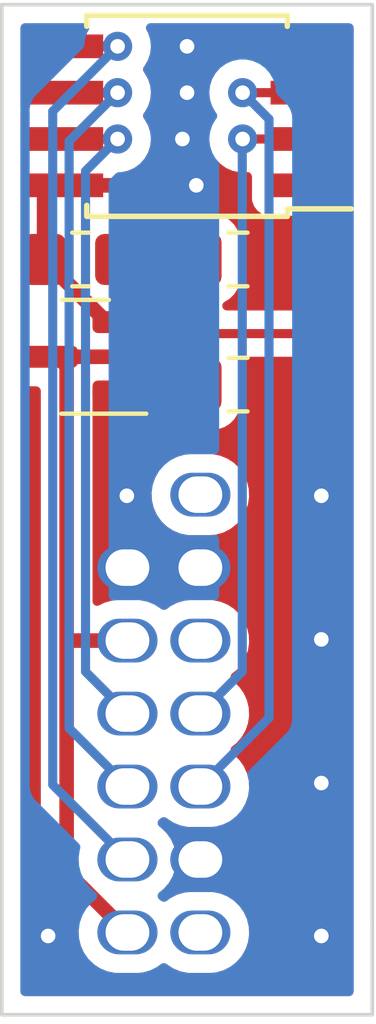
<source format=kicad_pcb>
(kicad_pcb (version 20211014) (generator pcbnew)
  (layers (0 "F.Cu" signal) (31 "B.Cu" signal) (38 "B.Mask" user) (39 "F.Mask" user) (44 "Edge.Cuts" user))
  (net 0 "")
  (net 4 "Net-(J1-Pad5)")
  (net 5 "Net-(J1-Pad6)")
  (net 6 "Net-(J1-Pad7)")
  (net 7 "Net-(J1-Pad8)")
  (net 8 "Net-(J1-Pad4)")
  (net 9 "Net-(R1-Pad2)")
  (net 10 "/Net-(R1-Pad1)")
  (net 11 "/Net-(J1-Pad10)")
  (net 12 "Net-(C1-Pad2)")
  (footprint "Capacitor_SMD:C_0805_2012Metric_Pad1.18x1.45mm_HandSolder" (layer "F.Cu") (at 143.637 65.024)
    (fp_text reference "C1" hide)
    (fp_text value "1uf")
    (fp_line (start -0.261252 0.735) (end 0.261252 0.735) (layer "F.SilkS") (width 0.12))
    (fp_line (start -0.261252 -0.735) (end 0.261252 -0.735) (layer "F.SilkS") (width 0.12))
    (pad "1" smd roundrect (at -1.0375 0) (size 1.175 1.45) (layers "F.Cu" "F.Paste" "F.Mask") (roundrect_rratio 0.2127659574) (net 10 "/Net-(R1-Pad1)"))
    (pad "2" smd roundrect (at 1.0375 0) (size 1.175 1.45) (layers "F.Cu" "F.Paste" "F.Mask") (roundrect_rratio 0.2127659574) (net 12 "Net-(C1-Pad2)"))
  )
  (footprint "Resistor_SMD:R_0805_2012Metric_Pad1.20x1.40mm_HandSolder" (layer "F.Cu") (at 139.319 65.024)
    (fp_text reference "R1" hide)
    (fp_text value "10k")
    (fp_line (start -0.227064 -0.735) (end 0.227064 -0.735) (layer "F.SilkS") (width 0.12))
    (fp_line (start -0.227064 0.735) (end 0.227064 0.735) (layer "F.SilkS") (width 0.12))
    (pad "1" smd roundrect (at -1 0) (size 1.2 1.4) (layers "F.Cu" "F.Paste" "F.Mask") (roundrect_rratio 0.2083333333) (net 10 "/Net-(R1-Pad1)"))
    (pad "2" smd roundrect (at 1 0) (size 1.2 1.4) (layers "F.Cu" "F.Paste" "F.Mask") (roundrect_rratio 0.2083333333) (net 9 "Net-(R1-Pad2)"))
  )
  (footprint "Package_TO_SOT_SMD:SOT-23" (layer "F.Cu") (at 139.446 67.691 180)
    (fp_text reference "U2" hide)
    (fp_text value "AP2127N-3.3" hide)
    (fp_line (start 0 1.56) (end -0.65 1.56) (layer "F.SilkS") (width 0.12))
    (fp_line (start 0 1.56) (end 0.65 1.56) (layer "F.SilkS") (width 0.12))
    (fp_line (start 0 -1.56) (end 0.65 -1.56) (layer "F.SilkS") (width 0.12))
    (fp_line (start 0 -1.56) (end -1.675 -1.56) (layer "F.SilkS") (width 0.12))
    (pad "1" smd roundrect (at -0.9375 -0.95 180) (size 1.475 0.6) (layers "F.Cu" "F.Paste" "F.Mask") (net 12 "Net-(C1-Pad2)"))
    (pad "2" smd roundrect (at -0.9375 0.95 180) (size 1.475 0.6) (layers "F.Cu" "F.Paste" "F.Mask") (net 10 "/Net-(R1-Pad1)"))
    (pad "3" smd roundrect (at 0.9375 0 180) (size 1.475 0.6) (layers "F.Cu" "F.Paste" "F.Mask") (net 11 "/Net-(J1-Pad10)"))
  )
  (footprint "Capacitor_SMD:C_0805_2012Metric_Pad1.18x1.45mm_HandSolder" (layer "F.Cu") (at 143.637 68.453)
    (fp_text reference "C2" hide)
    (fp_text value "1uf" hide)
    (fp_line (start -0.261252 -0.735) (end 0.261252 -0.735) (layer "F.SilkS") (width 0.12))
    (fp_line (start -0.261252 0.735) (end 0.261252 0.735) (layer "F.SilkS") (width 0.12))
    (pad "1" smd roundrect (at -1.0375 0) (size 1.175 1.45) (layers "F.Cu" "F.Paste" "F.Mask") (roundrect_rratio 0.2127659574) (net 11 "/Net-(J1-Pad10)"))
    (pad "2" smd roundrect (at 1.0375 0) (size 1.175 1.45) (layers "F.Cu" "F.Paste" "F.Mask") (roundrect_rratio 0.2127659574) (net 12 "Net-(C1-Pad2)"))
  )
  (footprint "Package_SO:SOIC-8W_5.3x5.3mm_P1.27mm" (layer "F.Cu") (at 142.24 61.087 180)
    (fp_text reference "U1" hide)
    (fp_text value "ATtiny13A-S")
    (fp_line (start -2.75 2.755) (end -2.75 2.455) (layer "F.SilkS") (width 0.15))
    (fp_line (start 2.75 -2.755) (end 2.75 -2.455) (layer "F.SilkS") (width 0.15))
    (fp_line (start 2.75 2.755) (end 2.75 2.455) (layer "F.SilkS") (width 0.15))
    (fp_line (start -2.75 2.755) (end 2.75 2.755) (layer "F.SilkS") (width 0.15))
    (fp_line (start -2.75 -2.755) (end -2.75 -2.55) (layer "F.SilkS") (width 0.15))
    (fp_line (start -2.75 -2.55) (end -4.5 -2.55) (layer "F.SilkS") (width 0.15))
    (fp_line (start -2.75 -2.755) (end 2.75 -2.755) (layer "F.SilkS") (width 0.15))
    (pad "1" smd rect (at -3.39 -1.905 180) (size 2.2 0.65) (layers "F.Cu" "F.Paste" "F.Mask") (net 9 "Net-(R1-Pad2)"))
    (pad "2" smd rect (at -3.39 -0.635 180) (size 2.2 0.65) (layers "F.Cu" "F.Paste" "F.Mask") (net 6 "Net-(J1-Pad7)"))
    (pad "3" smd rect (at -3.39 0.635 180) (size 2.2 0.65) (layers "F.Cu" "F.Paste" "F.Mask") (net 4 "Net-(J1-Pad5)"))
    (pad "4" smd rect (at -3.39 1.905 180) (size 2.2 0.65) (layers "F.Cu" "F.Paste" "F.Mask") (net 12 "Net-(C1-Pad2)"))
    (pad "5" smd rect (at 3.4 1.905 180) (size 2.2 0.65) (layers "F.Cu" "F.Paste" "F.Mask") (net 8 "Net-(J1-Pad4)"))
    (pad "6" smd rect (at 3.4 0.635 180) (size 2.2 0.65) (layers "F.Cu" "F.Paste" "F.Mask") (net 5 "Net-(J1-Pad6)"))
    (pad "7" smd rect (at 3.4 -0.635 180) (size 2.2 0.65) (layers "F.Cu" "F.Paste" "F.Mask") (net 7 "Net-(J1-Pad8)"))
    (pad "8" smd rect (at 3.4 -1.905 180) (size 2.2 0.65) (layers "F.Cu" "F.Paste" "F.Mask") (net 10 "/Net-(R1-Pad1)"))
  )
  (footprint "Connector_Hirose:Hirose_DF11-14DP-2DSA_2x07_P2.00mm_Vertical" (layer "B.Cu") (at 142.605 83.47 90)
    (fp_text reference "J1" hide)
    (fp_text value "to Xbox" hide)
    (pad "1" thru_hole oval (at 0 0 90) (size 1.2 1.65) (drill oval 1 1.2) (layers *.Cu *.Mask))
    (pad "2" thru_hole oval (at 0 -2 90) (size 1.2 1.65) (drill oval 1 1.2) (layers *.Cu *.Mask) (net 11 "/Net-(J1-Pad10)"))
    (pad "3" thru_hole oval (at 2 0 90) (size 1.2 1.65) (drill oval 1 1.2) (layers *.Cu *.Mask) (net 12 "Net-(C1-Pad2)"))
    (pad "4" thru_hole oval (at 2 -2 90) (size 1.2 1.65) (drill oval 1 1.2) (layers *.Cu *.Mask) (net 8 "Net-(J1-Pad4)"))
    (pad "5" thru_hole oval (at 4 0 90) (size 1.2 1.65) (drill oval 1 1.2) (layers *.Cu *.Mask) (net 4 "Net-(J1-Pad5)"))
    (pad "6" thru_hole oval (at 4 -2 90) (size 1.2 1.65) (drill oval 1 1.2) (layers *.Cu *.Mask) (net 5 "Net-(J1-Pad6)"))
    (pad "7" thru_hole oval (at 6 0 90) (size 1.2 1.65) (drill oval 1 1.2) (layers *.Cu *.Mask) (net 6 "Net-(J1-Pad7)"))
    (pad "8" thru_hole oval (at 6 -2 90) (size 1.2 1.65) (drill oval 1 1.2) (layers *.Cu *.Mask) (net 7 "Net-(J1-Pad8)"))
    (pad "9" thru_hole oval (at 8 0 90) (size 1.2 1.65) (drill oval 1 1.2) (layers *.Cu *.Mask))
    (pad "10" thru_hole oval (at 8 -2 90) (size 1.2 1.65) (drill oval 1 1.2) (layers *.Cu *.Mask) (net 11 "/Net-(J1-Pad10)"))
    (pad "11" thru_hole oval (at 10 0 90) (size 1.2 1.65) (drill oval 1 1.2) (layers *.Cu *.Mask) (net 12 "Net-(C1-Pad2)"))
    (pad "12" thru_hole oval (at 10 -2 90) (size 1.2 1.65) (drill oval 1 1.2) (layers *.Cu *.Mask) (net 12 "Net-(C1-Pad2)"))
    (pad "13" thru_hole oval (at 12 0 90) (size 1.2 1.65) (drill oval 1 1.2) (layers *.Cu *.Mask))
  )
  (gr_line (start 147.32 83.185) (end 147.32 85.725) (layer "Edge.Cuts") (width 0.1))
  (gr_line (start 137.16 58.039) (end 137.16 58.42) (layer "Edge.Cuts") (width 0.1))
  (gr_line (start 137.16 85.725) (end 137.16 85.217) (layer "Edge.Cuts") (width 0.1))
  (gr_line (start 137.16 58.42) (end 137.16 85.217) (layer "Edge.Cuts") (width 0.1))
  (gr_line (start 147.32 85.725) (end 137.16 85.725) (layer "Edge.Cuts") (width 0.1))
  (gr_line (start 147.32 58.039) (end 147.32 58.42) (layer "Edge.Cuts") (width 0.1))
  (gr_line (start 147.32 58.039) (end 137.16 58.039) (layer "Edge.Cuts") (width 0.1))
  (gr_line (start 147.32 58.42) (end 147.32 83.185) (layer "Edge.Cuts") (width 0.1))
  (segment (start 145.63 60.452) (end 143.764 60.452) (width 0.25) (layer "F.Cu") (net 4))
  (via (at 143.764 60.452) (size 0.8) (drill 0.4) (layers "F.Cu" "B.Cu") (net 4))
  (segment (start 144.489 61.177) (end 143.764 60.452) (width 0.25) (layer "B.Cu") (net 4))
  (segment (start 144.489 77.586) (end 144.489 61.177) (width 0.25) (layer "B.Cu") (net 4))
  (segment (start 142.605 79.47) (end 144.489 77.586) (width 0.25) (layer "B.Cu") (net 4))
  (segment (start 138.59 60.452) (end 140.335 60.452) (width 0.25) (layer "F.Cu") (net 5))
  (via (at 140.335 60.452) (size 0.8) (drill 0.4) (layers "F.Cu" "B.Cu") (net 5))
  (segment (start 140.605 79.47) (end 139.00596 77.87096) (width 0.25) (layer "B.Cu") (net 5))
  (segment (start 139.00596 77.87096) (end 139.00596 61.78104) (width 0.25) (layer "B.Cu") (net 5))
  (segment (start 139.00596 61.78104) (end 140.335 60.452) (width 0.25) (layer "B.Cu") (net 5))
  (segment (start 145.89 61.722) (end 143.764 61.722) (width 0.25) (layer "F.Cu") (net 6))
  (via (at 143.764 61.722) (size 0.8) (drill 0.4) (layers "F.Cu" "B.Cu") (net 6))
  (segment (start 143.75452 76.32048) (end 143.75452 62.11248) (width 0.25) (layer "B.Cu") (net 6))
  (segment (start 142.605 77.47) (end 143.75452 76.32048) (width 0.25) (layer "B.Cu") (net 6))
  (segment (start 138.59 61.722) (end 140.335 61.722) (width 0.25) (layer "F.Cu") (net 7))
  (via (at 140.335 61.722) (size 0.8) (drill 0.4) (layers "F.Cu" "B.Cu") (net 7))
  (segment (start 140.605 77.47) (end 139.45548 76.32048) (width 0.25) (layer "B.Cu") (net 7))
  (segment (start 139.45548 62.60152) (end 140.335 61.722) (width 0.25) (layer "B.Cu") (net 7))
  (segment (start 139.45548 76.32048) (end 139.45548 62.60152) (width 0.25) (layer "B.Cu") (net 7))
  (segment (start 138.59 59.182) (end 140.335 59.182) (width 0.25) (layer "F.Cu") (net 8))
  (via (at 140.335 59.182) (size 0.8) (drill 0.4) (layers "F.Cu" "B.Cu") (net 8))
  (segment (start 138.55644 60.96056) (end 140.335 59.182) (width 0.25) (layer "B.Cu") (net 8))
  (segment (start 140.605 81.47) (end 138.55644 79.42144) (width 0.25) (layer "B.Cu") (net 8))
  (segment (start 138.55644 79.42144) (end 138.55644 60.96056) (width 0.25) (layer "B.Cu") (net 8))
  (segment (start 145.857 67.056) (end 145.89 67.023) (width 0.25) (layer "F.Cu") (net 9))
  (segment (start 145.89 67.023) (end 145.89 63.373) (width 0.25) (layer "F.Cu") (net 9))
  (segment (start 145.857 67.056) (end 142.351 67.056) (width 0.25) (layer "F.Cu") (net 9))
  (segment (start 142.351 67.056) (end 140.319 65.024) (width 0.25) (layer "F.Cu") (net 9))
  (segment (start 140.5675 62.992) (end 142.5995 65.024) (width 0.4) (layer "F.Cu") (net 10))
  (segment (start 138.319 63.263) (end 138.59 62.992) (width 0.4) (layer "F.Cu") (net 10))
  (segment (start 140.036 66.741) (end 138.319 65.024) (width 0.4) (layer "F.Cu") (net 10))
  (segment (start 138.59 62.992) (end 140.5675 62.992) (width 0.4) (layer "F.Cu") (net 10))
  (segment (start 138.319 65.024) (end 138.319 63.263) (width 0.4) (layer "F.Cu") (net 10))
  (segment (start 140.3835 66.741) (end 140.036 66.741) (width 0.25) (layer "F.Cu") (net 10))
  (segment (start 138.97 75.47) (end 140.605 75.47) (width 0.4) (layer "F.Cu") (net 11))
  (segment (start 138.938 75.438) (end 138.97 75.47) (width 0.25) (layer "F.Cu") (net 11))
  (segment (start 138.5085 67.691) (end 141.8375 67.691) (width 0.4) (layer "F.Cu") (net 11))
  (segment (start 138.938 75.438) (end 138.938 67.945) (width 0.4) (layer "F.Cu") (net 11))
  (segment (start 138.938 81.803) (end 138.938 75.438) (width 0.4) (layer "F.Cu") (net 11))
  (segment (start 140.605 83.47) (end 138.938 81.803) (width 0.4) (layer "F.Cu") (net 11))
  (segment (start 142.5995 68.453) (end 141.8375 67.691) (width 0.4) (layer "F.Cu") (net 11))
  (segment (start 138.938 67.945) (end 138.684 67.691) (width 0.4) (layer "F.Cu") (net 11))
  (via (at 145.923 71.501) (size 0.8) (drill 0.4) (layers "F.Cu" "B.Cu") (net 12))
  (via (at 145.923 79.375) (size 0.8) (drill 0.4) (layers "F.Cu" "B.Cu") (net 12))
  (via (at 142.113 61.722) (size 0.8) (drill 0.4) (layers "F.Cu" "B.Cu") (net 12))
  (via (at 142.24 60.452) (size 0.8) (drill 0.4) (layers "F.Cu" "B.Cu") (net 12))
  (via (at 142.24 59.182) (size 0.8) (drill 0.4) (layers "F.Cu" "B.Cu") (net 12))
  (via (at 145.923 83.566) (size 0.8) (drill 0.4) (layers "F.Cu" "B.Cu") (net 12))
  (via (at 140.589 71.501) (size 0.8) (drill 0.4) (layers "F.Cu" "B.Cu") (net 12))
  (via (at 142.494 62.992) (size 0.8) (drill 0.4) (layers "F.Cu" "B.Cu") (net 12))
  (via (at 138.43 83.566) (size 0.8) (drill 0.4) (layers "F.Cu" "B.Cu") (net 12))
  (via (at 145.923 75.438) (size 0.8) (drill 0.4) (layers "F.Cu" "B.Cu") (net 12))
  (zone (net 12) (net_name "Net-(C1-Pad2)") (layers F&B.Cu) (connect_pads yes (clearance 0.508)) (min_thickness 0.254) (fill yes (thermal_gap 0.508) (thermal_bridge_width 0.508))
    (polygon (pts (xy 147.447 85.725) (xy 137.16 85.725) (xy 137.16 58.039) (xy 147.32 58.039) (xy 147.32 57.912)))
  )
)
</source>
